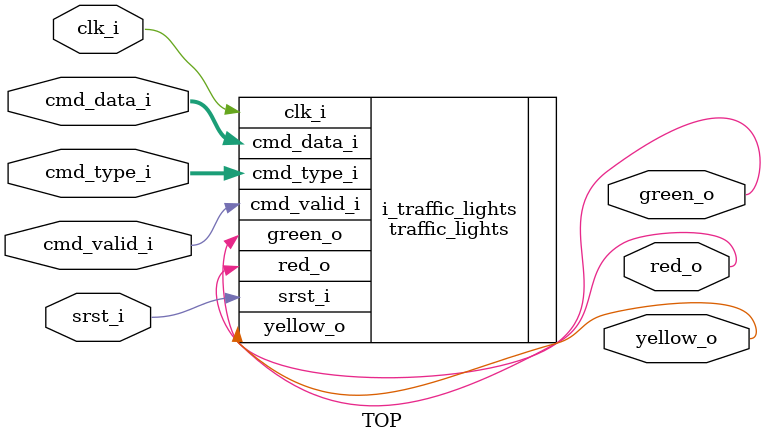
<source format=sv>
module TOP (
	input  wire         clk_i,
	input  wire         srst_i,

	input  wire  [2:0]  cmd_type_i,
	input  wire  [15:0] cmd_data_i,
	input  wire         cmd_valid_i,

	output logic red_o,
	output logic yellow_o,
	output logic green_o
);


traffic_lights i_traffic_lights (
	.clk_i       ( clk_i       ),
	.srst_i      ( srst_i      ),

	.cmd_type_i  ( cmd_type_i  ),
	.cmd_data_i  ( cmd_data_i  ),
	.cmd_valid_i ( cmd_valid_i ),

	.red_o       ( red_o       ),
	.yellow_o    ( yellow_o    ),
	.green_o     ( green_o     )
);


endmodule

</source>
